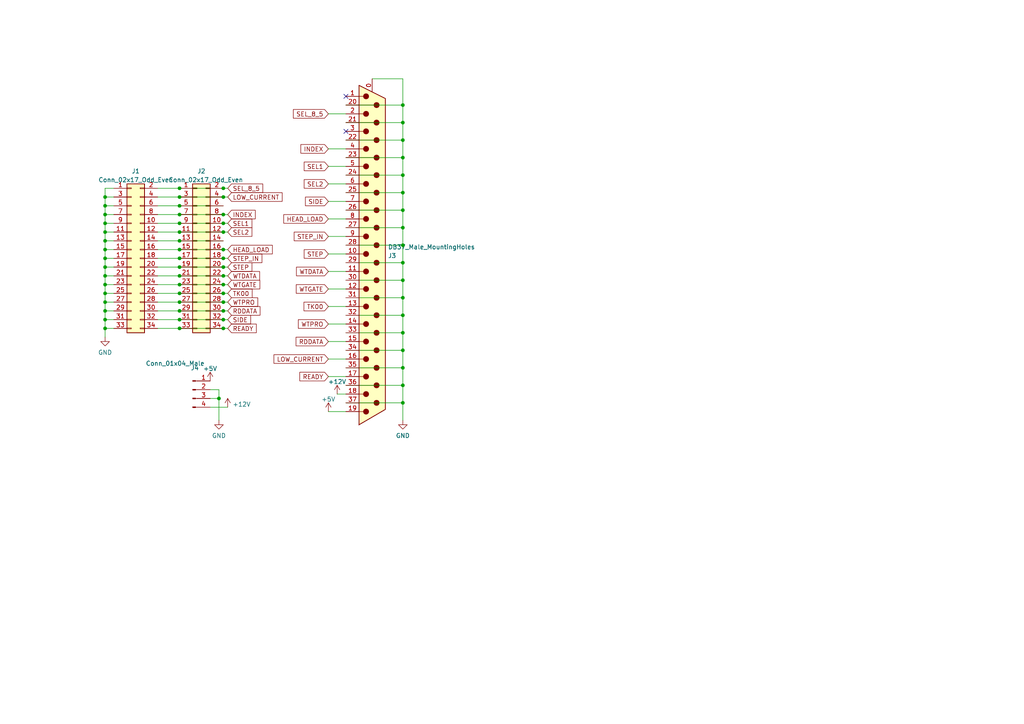
<source format=kicad_sch>
(kicad_sch (version 20211123) (generator eeschema)
  (paper "A4")
  (lib_symbols
    (symbol "Connector:Conn_01x04_Male" (pin_names (offset 1.016) hide)
      (property "Reference" "J" (at 0 5.08 0))
      (property "Value" "Conn_01x04_Male" (at 0 -7.62 0))
      (symbol "Conn_01x04_Male_1_1"
        (polyline (pts (xy 1.27 -5.08) (xy 0.8636 -5.08)) (stroke (width 0.1524)))
        (polyline (pts (xy 1.27 -2.54) (xy 0.8636 -2.54)) (stroke (width 0.1524)))
        (polyline (pts (xy 1.27 0) (xy 0.8636 0)) (stroke (width 0.1524)))
        (polyline (pts (xy 1.27 2.54) (xy 0.8636 2.54)) (stroke (width 0.1524)))
        (rectangle (start 0.8636 -4.953) (end 0 -5.207) (stroke (width 0.1524)) (fill (type outline)))
        (rectangle (start 0.8636 -2.413) (end 0 -2.667) (stroke (width 0.1524)) (fill (type outline)))
        (rectangle (start 0.8636 0.127) (end 0 -0.127) (stroke (width 0.1524)) (fill (type outline)))
        (rectangle (start 0.8636 2.667) (end 0 2.413) (stroke (width 0.1524)) (fill (type outline)))
        (pin passive line (at 5.08 2.54 180) (length 3.81) (name "Pin_1") (number "1"))
        (pin passive line (at 5.08 0 180) (length 3.81) (name "Pin_2") (number "2"))
        (pin passive line (at 5.08 -2.54 180) (length 3.81) (name "Pin_3") (number "3"))
        (pin passive line (at 5.08 -5.08 180) (length 3.81) (name "Pin_4") (number "4"))
      )
    )
    (symbol "Connector:DB37_Male_MountingHoles" (pin_names (offset 1.016) hide)
      (property "Reference" "J3" (at 4.572 0.5172 0))
      (property "Value" "DB37_Male_MountingHoles" (at 4.572 -2.0197 0))
      (symbol "DB37_Male_MountingHoles_0_1"
        (circle (center -1.778 -45.72) (radius 0.762) (fill (type outline)))
        (circle (center -1.778 -40.64) (radius 0.762) (fill (type outline)))
        (circle (center -1.778 -35.56) (radius 0.762) (fill (type outline)))
        (circle (center -1.778 -30.48) (radius 0.762) (fill (type outline)))
        (circle (center -1.778 -25.4) (radius 0.762) (fill (type outline)))
        (circle (center -1.778 -20.32) (radius 0.762) (fill (type outline)))
        (circle (center -1.778 -15.24) (radius 0.762) (fill (type outline)))
        (circle (center -1.778 -10.16) (radius 0.762) (fill (type outline)))
        (circle (center -1.778 -5.08) (radius 0.762) (fill (type outline)))
        (circle (center -1.778 0) (radius 0.762) (fill (type outline)))
        (circle (center -1.778 5.08) (radius 0.762) (fill (type outline)))
        (circle (center -1.778 10.16) (radius 0.762) (fill (type outline)))
        (circle (center -1.778 15.24) (radius 0.762) (fill (type outline)))
        (circle (center -1.778 20.32) (radius 0.762) (fill (type outline)))
        (circle (center -1.778 25.4) (radius 0.762) (fill (type outline)))
        (circle (center -1.778 30.48) (radius 0.762) (fill (type outline)))
        (circle (center -1.778 35.56) (radius 0.762) (fill (type outline)))
        (circle (center -1.778 40.64) (radius 0.762) (fill (type outline)))
        (circle (center -1.778 45.72) (radius 0.762) (fill (type outline)))
        (polyline (pts (xy -3.81 -45.72) (xy -2.54 -45.72)))
        (polyline (pts (xy -3.81 -43.18) (xy 0.508 -43.18)))
        (polyline (pts (xy -3.81 -40.64) (xy -2.54 -40.64)))
        (polyline (pts (xy -3.81 -38.1) (xy 0.508 -38.1)))
        (polyline (pts (xy -3.81 -35.56) (xy -2.54 -35.56)))
        (polyline (pts (xy -3.81 -33.02) (xy 0.508 -33.02)))
        (polyline (pts (xy -3.81 -30.48) (xy -2.54 -30.48)))
        (polyline (pts (xy -3.81 -27.94) (xy 0.508 -27.94)))
        (polyline (pts (xy -3.81 -25.4) (xy -2.54 -25.4)))
        (polyline (pts (xy -3.81 -22.86) (xy 0.508 -22.86)))
        (polyline (pts (xy -3.81 -20.32) (xy -2.54 -20.32)))
        (polyline (pts (xy -3.81 -17.78) (xy 0.508 -17.78)))
        (polyline (pts (xy -3.81 -15.24) (xy -2.54 -15.24)))
        (polyline (pts (xy -3.81 -12.7) (xy 0.508 -12.7)))
        (polyline (pts (xy -3.81 -10.16) (xy -2.54 -10.16)))
        (polyline (pts (xy -3.81 -7.62) (xy 0.508 -7.62)))
        (polyline (pts (xy -3.81 -5.08) (xy -2.54 -5.08)))
        (polyline (pts (xy -3.81 -2.54) (xy 0.508 -2.54)))
        (polyline (pts (xy -3.81 0) (xy -2.54 0)))
        (polyline (pts (xy -3.81 2.54) (xy 0.508 2.54)))
        (polyline (pts (xy -3.81 5.08) (xy -2.54 5.08)))
        (polyline (pts (xy -3.81 7.62) (xy 0.508 7.62)))
        (polyline (pts (xy -3.81 10.16) (xy -2.54 10.16)))
        (polyline (pts (xy -3.81 12.7) (xy 0.508 12.7)))
        (polyline (pts (xy -3.81 15.24) (xy -2.54 15.24)))
        (polyline (pts (xy -3.81 17.78) (xy 0.508 17.78)))
        (polyline (pts (xy -3.81 20.32) (xy -2.54 20.32)))
        (polyline (pts (xy -3.81 22.86) (xy 0.508 22.86)))
        (polyline (pts (xy -3.81 25.4) (xy -2.54 25.4)))
        (polyline (pts (xy -3.81 27.94) (xy 0.508 27.94)))
        (polyline (pts (xy -3.81 30.48) (xy -2.54 30.48)))
        (polyline (pts (xy -3.81 33.02) (xy 0.508 33.02)))
        (polyline (pts (xy -3.81 35.56) (xy -2.54 35.56)))
        (polyline (pts (xy -3.81 38.1) (xy 0.508 38.1)))
        (polyline (pts (xy -3.81 40.64) (xy -2.54 40.64)))
        (polyline (pts (xy -3.81 43.18) (xy 0.508 43.18)))
        (polyline (pts (xy -3.81 45.72) (xy -2.54 45.72)))
        (polyline (pts (xy -3.81 49.53) (xy 3.81 45.085) (xy 3.81 -45.085) (xy -3.81 -48.895) (xy -3.81 49.53)) (stroke (width 0.254)) (fill (type background)))
        (circle (center 1.27 -43.18) (radius 0.762) (fill (type outline)))
        (circle (center 1.27 -38.1) (radius 0.762) (fill (type outline)))
        (circle (center 1.27 -33.02) (radius 0.762) (fill (type outline)))
        (circle (center 1.27 -27.94) (radius 0.762) (fill (type outline)))
        (circle (center 1.27 -22.86) (radius 0.762) (fill (type outline)))
        (circle (center 1.27 -17.78) (radius 0.762) (fill (type outline)))
        (circle (center 1.27 -12.7) (radius 0.762) (fill (type outline)))
        (circle (center 1.27 -7.62) (radius 0.762) (fill (type outline)))
        (circle (center 1.27 -2.54) (radius 0.762) (fill (type outline)))
        (circle (center 1.27 2.54) (radius 0.762) (fill (type outline)))
        (circle (center 1.27 7.62) (radius 0.762) (fill (type outline)))
        (circle (center 1.27 12.7) (radius 0.762) (fill (type outline)))
        (circle (center 1.27 17.78) (radius 0.762) (fill (type outline)))
        (circle (center 1.27 22.86) (radius 0.762) (fill (type outline)))
        (circle (center 1.27 27.94) (radius 0.762) (fill (type outline)))
        (circle (center 1.27 33.02) (radius 0.762) (fill (type outline)))
        (circle (center 1.27 38.1) (radius 0.762) (fill (type outline)))
        (circle (center 1.27 43.18) (radius 0.762) (fill (type outline)))
      )
      (symbol "DB37_Male_MountingHoles_1_1"
        (pin passive line (at 0 -50.8 90) (length 3.81) (name "PAD") (number "0"))
        (pin passive line (at -7.62 -45.72 0) (length 3.81) (name "1") (number "1"))
        (pin passive line (at -7.62 0 0) (length 3.81) (name "10") (number "10"))
        (pin passive line (at -7.62 5.08 0) (length 3.81) (name "11") (number "11"))
        (pin passive line (at -7.62 10.16 0) (length 3.81) (name "12") (number "12"))
        (pin passive line (at -7.62 15.24 0) (length 3.81) (name "13") (number "13"))
        (pin passive line (at -7.62 20.32 0) (length 3.81) (name "14") (number "14"))
        (pin passive line (at -7.62 25.4 0) (length 3.81) (name "15") (number "15"))
        (pin passive line (at -7.62 30.48 0) (length 3.81) (name "16") (number "16"))
        (pin passive line (at -7.62 35.56 0) (length 3.81) (name "17") (number "17"))
        (pin power_out line (at -7.62 40.64 0) (length 3.81) (name "18") (number "18"))
        (pin power_out line (at -7.62 45.72 0) (length 3.81) (name "19") (number "19"))
        (pin passive line (at -7.62 -40.64 0) (length 3.81) (name "2") (number "2"))
        (pin passive line (at -7.62 -43.18 0) (length 3.81) (name "20") (number "20"))
        (pin passive line (at -7.62 -38.1 0) (length 3.81) (name "21") (number "21"))
        (pin passive line (at -7.62 -33.02 0) (length 3.81) (name "22") (number "22"))
        (pin passive line (at -7.62 -27.94 0) (length 3.81) (name "23") (number "23"))
        (pin passive line (at -7.62 -22.86 0) (length 3.81) (name "24") (number "24"))
        (pin passive line (at -7.62 -17.78 0) (length 3.81) (name "25") (number "25"))
        (pin passive line (at -7.62 -12.7 0) (length 3.81) (name "26") (number "26"))
        (pin passive line (at -7.62 -7.62 0) (length 3.81) (name "27") (number "27"))
        (pin passive line (at -7.62 -2.54 0) (length 3.81) (name "28") (number "28"))
        (pin passive line (at -7.62 2.54 0) (length 3.81) (name "29") (number "29"))
        (pin passive line (at -7.62 -35.56 0) (length 3.81) (name "3") (number "3"))
        (pin passive line (at -7.62 7.62 0) (length 3.81) (name "30") (number "30"))
        (pin passive line (at -7.62 12.7 0) (length 3.81) (name "31") (number "31"))
        (pin passive line (at -7.62 17.78 0) (length 3.81) (name "32") (number "32"))
        (pin passive line (at -7.62 22.86 0) (length 3.81) (name "33") (number "33"))
        (pin passive line (at -7.62 27.94 0) (length 3.81) (name "34") (number "34"))
        (pin passive line (at -7.62 33.02 0) (length 3.81) (name "35") (number "35"))
        (pin passive line (at -7.62 38.1 0) (length 3.81) (name "36") (number "36"))
        (pin power_out line (at -7.62 43.18 0) (length 3.81) (name "37") (number "37"))
        (pin passive line (at -7.62 -30.48 0) (length 3.81) (name "4") (number "4"))
        (pin passive line (at -7.62 -25.4 0) (length 3.81) (name "5") (number "5"))
        (pin passive line (at -7.62 -20.32 0) (length 3.81) (name "6") (number "6"))
        (pin passive line (at -7.62 -15.24 0) (length 3.81) (name "7") (number "7"))
        (pin passive line (at -7.62 -10.16 0) (length 3.81) (name "8") (number "8"))
        (pin passive line (at -7.62 -5.08 0) (length 3.81) (name "9") (number "9"))
      )
    )
    (symbol "Connector_Generic:Conn_02x17_Odd_Even" (pin_names (offset 1.016) hide)
      (property "Reference" "J" (at 1.27 22.86 0))
      (property "Value" "Conn_02x17_Odd_Even" (at 1.27 -22.86 0))
      (symbol "Conn_02x17_Odd_Even_1_1"
        (rectangle (start -1.27 -20.193) (end 0 -20.447) (stroke (width 0.1524)))
        (rectangle (start -1.27 -17.653) (end 0 -17.907) (stroke (width 0.1524)))
        (rectangle (start -1.27 -15.113) (end 0 -15.367) (stroke (width 0.1524)))
        (rectangle (start -1.27 -12.573) (end 0 -12.827) (stroke (width 0.1524)))
        (rectangle (start -1.27 -10.033) (end 0 -10.287) (stroke (width 0.1524)))
        (rectangle (start -1.27 -7.493) (end 0 -7.747) (stroke (width 0.1524)))
        (rectangle (start -1.27 -4.953) (end 0 -5.207) (stroke (width 0.1524)))
        (rectangle (start -1.27 -2.413) (end 0 -2.667) (stroke (width 0.1524)))
        (rectangle (start -1.27 0.127) (end 0 -0.127) (stroke (width 0.1524)))
        (rectangle (start -1.27 2.667) (end 0 2.413) (stroke (width 0.1524)))
        (rectangle (start -1.27 5.207) (end 0 4.953) (stroke (width 0.1524)))
        (rectangle (start -1.27 7.747) (end 0 7.493) (stroke (width 0.1524)))
        (rectangle (start -1.27 10.287) (end 0 10.033) (stroke (width 0.1524)))
        (rectangle (start -1.27 12.827) (end 0 12.573) (stroke (width 0.1524)))
        (rectangle (start -1.27 15.367) (end 0 15.113) (stroke (width 0.1524)))
        (rectangle (start -1.27 17.907) (end 0 17.653) (stroke (width 0.1524)))
        (rectangle (start -1.27 20.447) (end 0 20.193) (stroke (width 0.1524)))
        (rectangle (start -1.27 21.59) (end 3.81 -21.59) (stroke (width 0.254)) (fill (type background)))
        (rectangle (start 3.81 -20.193) (end 2.54 -20.447) (stroke (width 0.1524)))
        (rectangle (start 3.81 -17.653) (end 2.54 -17.907) (stroke (width 0.1524)))
        (rectangle (start 3.81 -15.113) (end 2.54 -15.367) (stroke (width 0.1524)))
        (rectangle (start 3.81 -12.573) (end 2.54 -12.827) (stroke (width 0.1524)))
        (rectangle (start 3.81 -10.033) (end 2.54 -10.287) (stroke (width 0.1524)))
        (rectangle (start 3.81 -7.493) (end 2.54 -7.747) (stroke (width 0.1524)))
        (rectangle (start 3.81 -4.953) (end 2.54 -5.207) (stroke (width 0.1524)))
        (rectangle (start 3.81 -2.413) (end 2.54 -2.667) (stroke (width 0.1524)))
        (rectangle (start 3.81 0.127) (end 2.54 -0.127) (stroke (width 0.1524)))
        (rectangle (start 3.81 2.667) (end 2.54 2.413) (stroke (width 0.1524)))
        (rectangle (start 3.81 5.207) (end 2.54 4.953) (stroke (width 0.1524)))
        (rectangle (start 3.81 7.747) (end 2.54 7.493) (stroke (width 0.1524)))
        (rectangle (start 3.81 10.287) (end 2.54 10.033) (stroke (width 0.1524)))
        (rectangle (start 3.81 12.827) (end 2.54 12.573) (stroke (width 0.1524)))
        (rectangle (start 3.81 15.367) (end 2.54 15.113) (stroke (width 0.1524)))
        (rectangle (start 3.81 17.907) (end 2.54 17.653) (stroke (width 0.1524)))
        (rectangle (start 3.81 20.447) (end 2.54 20.193) (stroke (width 0.1524)))
        (pin passive line (at -5.08 20.32 0) (length 3.81) (name "Pin_1") (number "1"))
        (pin passive line (at 7.62 10.16 180) (length 3.81) (name "Pin_10") (number "10"))
        (pin passive line (at -5.08 7.62 0) (length 3.81) (name "Pin_11") (number "11"))
        (pin passive line (at 7.62 7.62 180) (length 3.81) (name "Pin_12") (number "12"))
        (pin passive line (at -5.08 5.08 0) (length 3.81) (name "Pin_13") (number "13"))
        (pin passive line (at 7.62 5.08 180) (length 3.81) (name "Pin_14") (number "14"))
        (pin passive line (at -5.08 2.54 0) (length 3.81) (name "Pin_15") (number "15"))
        (pin passive line (at 7.62 2.54 180) (length 3.81) (name "Pin_16") (number "16"))
        (pin passive line (at -5.08 0 0) (length 3.81) (name "Pin_17") (number "17"))
        (pin passive line (at 7.62 0 180) (length 3.81) (name "Pin_18") (number "18"))
        (pin passive line (at -5.08 -2.54 0) (length 3.81) (name "Pin_19") (number "19"))
        (pin passive line (at 7.62 20.32 180) (length 3.81) (name "Pin_2") (number "2"))
        (pin passive line (at 7.62 -2.54 180) (length 3.81) (name "Pin_20") (number "20"))
        (pin passive line (at -5.08 -5.08 0) (length 3.81) (name "Pin_21") (number "21"))
        (pin passive line (at 7.62 -5.08 180) (length 3.81) (name "Pin_22") (number "22"))
        (pin passive line (at -5.08 -7.62 0) (length 3.81) (name "Pin_23") (number "23"))
        (pin passive line (at 7.62 -7.62 180) (length 3.81) (name "Pin_24") (number "24"))
        (pin passive line (at -5.08 -10.16 0) (length 3.81) (name "Pin_25") (number "25"))
        (pin passive line (at 7.62 -10.16 180) (length 3.81) (name "Pin_26") (number "26"))
        (pin passive line (at -5.08 -12.7 0) (length 3.81) (name "Pin_27") (number "27"))
        (pin passive line (at 7.62 -12.7 180) (length 3.81) (name "Pin_28") (number "28"))
        (pin passive line (at -5.08 -15.24 0) (length 3.81) (name "Pin_29") (number "29"))
        (pin passive line (at -5.08 17.78 0) (length 3.81) (name "Pin_3") (number "3"))
        (pin passive line (at 7.62 -15.24 180) (length 3.81) (name "Pin_30") (number "30"))
        (pin passive line (at -5.08 -17.78 0) (length 3.81) (name "Pin_31") (number "31"))
        (pin passive line (at 7.62 -17.78 180) (length 3.81) (name "Pin_32") (number "32"))
        (pin passive line (at -5.08 -20.32 0) (length 3.81) (name "Pin_33") (number "33"))
        (pin passive line (at 7.62 -20.32 180) (length 3.81) (name "Pin_34") (number "34"))
        (pin passive line (at 7.62 17.78 180) (length 3.81) (name "Pin_4") (number "4"))
        (pin passive line (at -5.08 15.24 0) (length 3.81) (name "Pin_5") (number "5"))
        (pin passive line (at 7.62 15.24 180) (length 3.81) (name "Pin_6") (number "6"))
        (pin passive line (at -5.08 12.7 0) (length 3.81) (name "Pin_7") (number "7"))
        (pin passive line (at 7.62 12.7 180) (length 3.81) (name "Pin_8") (number "8"))
        (pin passive line (at -5.08 10.16 0) (length 3.81) (name "Pin_9") (number "9"))
      )
    )
    (symbol "power:+12V" (power) (pin_names (offset 0))
      (property "Value" "+12V" (at 0 3.556 0))
      (symbol "+12V_0_1"
        (polyline (pts (xy -0.762 1.27) (xy 0 2.54)))
        (polyline (pts (xy 0 0) (xy 0 2.54)))
        (polyline (pts (xy 0 2.54) (xy 0.762 1.27)))
      )
      (symbol "+12V_1_1"
        (pin power_in line (at 0 0 90) (length 0) hide (name "+12V") (number "1"))
      )
    )
    (symbol "power:+5V" (power) (pin_names (offset 0))
      (property "Value" "+5V" (at 0 3.556 0))
      (symbol "+5V_0_1"
        (polyline (pts (xy -0.762 1.27) (xy 0 2.54)))
        (polyline (pts (xy 0 0) (xy 0 2.54)))
        (polyline (pts (xy 0 2.54) (xy 0.762 1.27)))
      )
      (symbol "+5V_1_1"
        (pin power_in line (at 0 0 90) (length 0) hide (name "+5V") (number "1"))
      )
    )
    (symbol "power:GND" (power) (pin_names (offset 0))
      (property "Value" "GND" (at 0 -3.81 0))
      (symbol "GND_0_1"
        (polyline (pts (xy 0 0) (xy 0 -1.27) (xy 1.27 -1.27) (xy 0 -2.54) (xy -1.27 -1.27) (xy 0 -1.27)))
      )
      (symbol "GND_1_1"
        (pin power_in line (at 0 0 270) (length 0) hide (name "GND") (number "1"))
      )
    )
  )
  (junction (at 52.07 74.93))
  (junction (at 63.5 115.57))
  (junction (at 52.07 69.85))
  (junction (at 116.84 96.52))
  (junction (at 64.77 77.47))
  (junction (at 116.84 60.96))
  (junction (at 116.84 106.68))
  (junction (at 30.48 59.69))
  (junction (at 116.84 101.6))
  (junction (at 52.07 80.01))
  (junction (at 52.07 87.63))
  (junction (at 52.07 59.69))
  (junction (at 64.77 57.15))
  (junction (at 64.77 82.55))
  (junction (at 30.48 64.77))
  (junction (at 52.07 62.23))
  (junction (at 116.84 71.12))
  (junction (at 64.77 74.93))
  (junction (at 64.77 80.01))
  (junction (at 116.84 91.44))
  (junction (at 52.07 72.39))
  (junction (at 116.84 35.56))
  (junction (at 30.48 92.71))
  (junction (at 52.07 95.25))
  (junction (at 116.84 81.28))
  (junction (at 52.07 54.61))
  (junction (at 64.77 90.17))
  (junction (at 64.77 92.71))
  (junction (at 52.07 64.77))
  (junction (at 116.84 76.2))
  (junction (at 116.84 30.48))
  (junction (at 52.07 92.71))
  (junction (at 30.48 77.47))
  (junction (at 30.48 69.85))
  (junction (at 30.48 80.01))
  (junction (at 116.84 116.84))
  (junction (at 30.48 74.93))
  (junction (at 30.48 90.17))
  (junction (at 30.48 85.09))
  (junction (at 30.48 72.39))
  (junction (at 116.84 45.72))
  (junction (at 52.07 67.31))
  (junction (at 64.77 85.09))
  (junction (at 64.77 87.63))
  (junction (at 52.07 90.17))
  (junction (at 30.48 62.23))
  (junction (at 30.48 95.25))
  (junction (at 52.07 82.55))
  (junction (at 116.84 66.04))
  (junction (at 64.77 72.39))
  (junction (at 64.77 62.23))
  (junction (at 30.48 87.63))
  (junction (at 52.07 85.09))
  (junction (at 64.77 95.25))
  (junction (at 30.48 57.15))
  (junction (at 30.48 67.31))
  (junction (at 116.84 86.36))
  (junction (at 64.77 64.77))
  (junction (at 64.77 67.31))
  (junction (at 52.07 57.15))
  (junction (at 64.77 54.61))
  (junction (at 30.48 82.55))
  (junction (at 116.84 40.64))
  (junction (at 116.84 55.88))
  (junction (at 52.07 77.47))
  (junction (at 116.84 111.76))
  (junction (at 116.84 50.8))
  (no_connect (at 100.33 27.94))
  (no_connect (at 100.33 38.1))
  (wire (pts (xy 116.84 96.52) (xy 100.33 96.52)))
  (wire (pts (xy 33.02 77.47) (xy 30.48 77.47)))
  (wire (pts (xy 52.07 92.71) (xy 64.77 92.71)))
  (wire (pts (xy 116.84 55.88) (xy 116.84 60.96)))
  (wire (pts (xy 66.04 92.71) (xy 64.77 92.71)))
  (wire (pts (xy 100.33 30.48) (xy 116.84 30.48)))
  (wire (pts (xy 45.72 69.85) (xy 52.07 69.85)))
  (wire (pts (xy 33.02 62.23) (xy 30.48 62.23)))
  (wire (pts (xy 33.02 82.55) (xy 30.48 82.55)))
  (wire (pts (xy 33.02 85.09) (xy 30.48 85.09)))
  (wire (pts (xy 116.84 22.86) (xy 116.84 30.48)))
  (wire (pts (xy 30.48 57.15) (xy 30.48 59.69)))
  (wire (pts (xy 30.48 72.39) (xy 30.48 74.93)))
  (wire (pts (xy 95.25 58.42) (xy 100.33 58.42)))
  (wire (pts (xy 116.84 30.48) (xy 116.84 35.56)))
  (wire (pts (xy 116.84 66.04) (xy 100.33 66.04)))
  (wire (pts (xy 100.33 33.02) (xy 95.25 33.02)))
  (wire (pts (xy 116.84 91.44) (xy 100.33 91.44)))
  (wire (pts (xy 116.84 81.28) (xy 100.33 81.28)))
  (wire (pts (xy 52.07 57.15) (xy 64.77 57.15)))
  (wire (pts (xy 116.84 86.36) (xy 116.84 91.44)))
  (wire (pts (xy 33.02 54.61) (xy 30.48 54.61)))
  (wire (pts (xy 30.48 74.93) (xy 30.48 77.47)))
  (wire (pts (xy 45.72 64.77) (xy 52.07 64.77)))
  (wire (pts (xy 116.84 45.72) (xy 116.84 50.8)))
  (wire (pts (xy 116.84 71.12) (xy 116.84 76.2)))
  (wire (pts (xy 116.84 45.72) (xy 100.33 45.72)))
  (wire (pts (xy 45.72 90.17) (xy 52.07 90.17)))
  (wire (pts (xy 33.02 72.39) (xy 30.48 72.39)))
  (wire (pts (xy 66.04 90.17) (xy 64.77 90.17)))
  (wire (pts (xy 45.72 85.09) (xy 52.07 85.09)))
  (wire (pts (xy 33.02 67.31) (xy 30.48 67.31)))
  (wire (pts (xy 33.02 59.69) (xy 30.48 59.69)))
  (wire (pts (xy 33.02 74.93) (xy 30.48 74.93)))
  (wire (pts (xy 116.84 71.12) (xy 100.33 71.12)))
  (wire (pts (xy 66.04 87.63) (xy 64.77 87.63)))
  (wire (pts (xy 116.84 86.36) (xy 100.33 86.36)))
  (wire (pts (xy 64.77 85.09) (xy 66.04 85.09)))
  (wire (pts (xy 95.25 43.18) (xy 100.33 43.18)))
  (wire (pts (xy 116.84 60.96) (xy 116.84 66.04)))
  (wire (pts (xy 116.84 101.6) (xy 100.33 101.6)))
  (wire (pts (xy 95.25 68.58) (xy 100.33 68.58)))
  (wire (pts (xy 116.84 96.52) (xy 116.84 101.6)))
  (wire (pts (xy 116.84 40.64) (xy 116.84 45.72)))
  (wire (pts (xy 116.84 116.84) (xy 116.84 121.92)))
  (wire (pts (xy 116.84 106.68) (xy 116.84 111.76)))
  (wire (pts (xy 33.02 57.15) (xy 30.48 57.15)))
  (wire (pts (xy 66.04 74.93) (xy 64.77 74.93)))
  (wire (pts (xy 30.48 82.55) (xy 30.48 85.09)))
  (wire (pts (xy 60.96 115.57) (xy 63.5 115.57)))
  (wire (pts (xy 45.72 82.55) (xy 52.07 82.55)))
  (wire (pts (xy 33.02 95.25) (xy 30.48 95.25)))
  (wire (pts (xy 45.72 74.93) (xy 52.07 74.93)))
  (wire (pts (xy 45.72 87.63) (xy 52.07 87.63)))
  (wire (pts (xy 33.02 90.17) (xy 30.48 90.17)))
  (wire (pts (xy 95.25 93.98) (xy 100.33 93.98)))
  (wire (pts (xy 30.48 85.09) (xy 30.48 87.63)))
  (wire (pts (xy 52.07 80.01) (xy 64.77 80.01)))
  (wire (pts (xy 95.25 78.74) (xy 100.33 78.74)))
  (wire (pts (xy 45.72 77.47) (xy 52.07 77.47)))
  (wire (pts (xy 52.07 74.93) (xy 64.77 74.93)))
  (wire (pts (xy 95.25 88.9) (xy 100.33 88.9)))
  (wire (pts (xy 52.07 62.23) (xy 64.77 62.23)))
  (wire (pts (xy 66.04 95.25) (xy 64.77 95.25)))
  (wire (pts (xy 95.25 99.06) (xy 100.33 99.06)))
  (wire (pts (xy 116.84 106.68) (xy 100.33 106.68)))
  (wire (pts (xy 116.84 101.6) (xy 116.84 106.68)))
  (wire (pts (xy 95.25 83.82) (xy 100.33 83.82)))
  (wire (pts (xy 45.72 67.31) (xy 52.07 67.31)))
  (wire (pts (xy 95.25 63.5) (xy 100.33 63.5)))
  (wire (pts (xy 116.84 50.8) (xy 100.33 50.8)))
  (wire (pts (xy 33.02 87.63) (xy 30.48 87.63)))
  (wire (pts (xy 95.25 104.14) (xy 100.33 104.14)))
  (wire (pts (xy 45.72 62.23) (xy 52.07 62.23)))
  (wire (pts (xy 64.77 77.47) (xy 66.04 77.47)))
  (wire (pts (xy 52.07 82.55) (xy 64.77 82.55)))
  (wire (pts (xy 66.04 64.77) (xy 64.77 64.77)))
  (wire (pts (xy 33.02 64.77) (xy 30.48 64.77)))
  (wire (pts (xy 52.07 87.63) (xy 64.77 87.63)))
  (wire (pts (xy 95.25 73.66) (xy 100.33 73.66)))
  (wire (pts (xy 30.48 54.61) (xy 30.48 57.15)))
  (wire (pts (xy 52.07 77.47) (xy 64.77 77.47)))
  (wire (pts (xy 97.79 114.3) (xy 100.33 114.3)))
  (wire (pts (xy 52.07 64.77) (xy 64.77 64.77)))
  (wire (pts (xy 64.77 57.15) (xy 66.04 57.15)))
  (wire (pts (xy 100.33 119.38) (xy 95.25 119.38)))
  (wire (pts (xy 60.96 118.11) (xy 66.04 118.11)))
  (wire (pts (xy 30.48 59.69) (xy 30.48 62.23)))
  (wire (pts (xy 64.77 62.23) (xy 66.04 62.23)))
  (wire (pts (xy 45.72 57.15) (xy 52.07 57.15)))
  (wire (pts (xy 116.84 35.56) (xy 100.33 35.56)))
  (wire (pts (xy 66.04 72.39) (xy 64.77 72.39)))
  (wire (pts (xy 45.72 54.61) (xy 52.07 54.61)))
  (wire (pts (xy 45.72 95.25) (xy 52.07 95.25)))
  (wire (pts (xy 52.07 69.85) (xy 64.77 69.85)))
  (wire (pts (xy 116.84 66.04) (xy 116.84 71.12)))
  (wire (pts (xy 30.48 62.23) (xy 30.48 64.77)))
  (wire (pts (xy 45.72 59.69) (xy 52.07 59.69)))
  (wire (pts (xy 64.77 80.01) (xy 66.04 80.01)))
  (wire (pts (xy 116.84 91.44) (xy 116.84 96.52)))
  (wire (pts (xy 116.84 40.64) (xy 100.33 40.64)))
  (wire (pts (xy 63.5 121.92) (xy 63.5 115.57)))
  (wire (pts (xy 95.25 48.26) (xy 100.33 48.26)))
  (wire (pts (xy 45.72 72.39) (xy 52.07 72.39)))
  (wire (pts (xy 30.48 87.63) (xy 30.48 90.17)))
  (wire (pts (xy 60.96 113.03) (xy 63.5 113.03)))
  (wire (pts (xy 116.84 111.76) (xy 116.84 116.84)))
  (wire (pts (xy 116.84 60.96) (xy 100.33 60.96)))
  (wire (pts (xy 30.48 69.85) (xy 30.48 72.39)))
  (wire (pts (xy 30.48 95.25) (xy 30.48 97.79)))
  (wire (pts (xy 30.48 77.47) (xy 30.48 80.01)))
  (wire (pts (xy 33.02 92.71) (xy 30.48 92.71)))
  (wire (pts (xy 116.84 55.88) (xy 100.33 55.88)))
  (wire (pts (xy 52.07 85.09) (xy 64.77 85.09)))
  (wire (pts (xy 52.07 67.31) (xy 64.77 67.31)))
  (wire (pts (xy 116.84 111.76) (xy 100.33 111.76)))
  (wire (pts (xy 52.07 59.69) (xy 64.77 59.69)))
  (wire (pts (xy 45.72 92.71) (xy 52.07 92.71)))
  (wire (pts (xy 33.02 69.85) (xy 30.48 69.85)))
  (wire (pts (xy 52.07 54.61) (xy 64.77 54.61)))
  (wire (pts (xy 30.48 92.71) (xy 30.48 95.25)))
  (wire (pts (xy 95.25 109.22) (xy 100.33 109.22)))
  (wire (pts (xy 116.84 50.8) (xy 116.84 55.88)))
  (wire (pts (xy 63.5 115.57) (xy 63.5 113.03)))
  (wire (pts (xy 116.84 76.2) (xy 116.84 81.28)))
  (wire (pts (xy 52.07 90.17) (xy 64.77 90.17)))
  (wire (pts (xy 52.07 72.39) (xy 64.77 72.39)))
  (wire (pts (xy 95.25 53.34) (xy 100.33 53.34)))
  (wire (pts (xy 30.48 64.77) (xy 30.48 67.31)))
  (wire (pts (xy 66.04 67.31) (xy 64.77 67.31)))
  (wire (pts (xy 66.04 54.61) (xy 64.77 54.61)))
  (wire (pts (xy 30.48 67.31) (xy 30.48 69.85)))
  (wire (pts (xy 116.84 35.56) (xy 116.84 40.64)))
  (wire (pts (xy 30.48 90.17) (xy 30.48 92.71)))
  (wire (pts (xy 107.95 22.86) (xy 116.84 22.86)))
  (wire (pts (xy 116.84 76.2) (xy 100.33 76.2)))
  (wire (pts (xy 116.84 81.28) (xy 116.84 86.36)))
  (wire (pts (xy 30.48 80.01) (xy 30.48 82.55)))
  (wire (pts (xy 116.84 116.84) (xy 100.33 116.84)))
  (wire (pts (xy 52.07 95.25) (xy 64.77 95.25)))
  (wire (pts (xy 45.72 80.01) (xy 52.07 80.01)))
  (wire (pts (xy 33.02 80.01) (xy 30.48 80.01)))
  (wire (pts (xy 66.04 82.55) (xy 64.77 82.55)))
  (global_label "SIDE" (shape input) (at 95.25 58.42 180) (property "Intersheet References" "${INTERSHEET_REFS}" (effects hide)))
  (global_label "INDEX" (shape input) (at 66.04 62.23 0) (property "Intersheet References" "${INTERSHEET_REFS}" (effects hide)))
  (global_label "RDDATA" (shape input) (at 95.25 99.06 180) (property "Intersheet References" "${INTERSHEET_REFS}" (effects hide)))
  (global_label "WTPRO" (shape input) (at 66.04 87.63 0) (property "Intersheet References" "${INTERSHEET_REFS}" (effects hide)))
  (global_label "SEL2" (shape input) (at 66.04 67.31 0) (property "Intersheet References" "${INTERSHEET_REFS}" (effects hide)))
  (global_label "SEL_8_5" (shape input) (at 95.25 33.02 180) (property "Intersheet References" "${INTERSHEET_REFS}" (effects hide)))
  (global_label "READY" (shape input) (at 95.25 109.22 180) (property "Intersheet References" "${INTERSHEET_REFS}" (effects hide)))
  (global_label "INDEX" (shape input) (at 95.25 43.18 180) (property "Intersheet References" "${INTERSHEET_REFS}" (effects hide)))
  (global_label "WTGATE" (shape input) (at 66.04 82.55 0) (property "Intersheet References" "${INTERSHEET_REFS}" (effects hide)))
  (global_label "STEP_IN" (shape input) (at 95.25 68.58 180) (property "Intersheet References" "${INTERSHEET_REFS}" (effects hide)))
  (global_label "TK00" (shape input) (at 95.25 88.9 180) (property "Intersheet References" "${INTERSHEET_REFS}" (effects hide)))
  (global_label "HEAD_LOAD" (shape input) (at 95.25 63.5 180) (property "Intersheet References" "${INTERSHEET_REFS}" (effects hide)))
  (global_label "WTDATA" (shape input) (at 66.04 80.01 0) (property "Intersheet References" "${INTERSHEET_REFS}" (effects hide)))
  (global_label "SEL1" (shape input) (at 95.25 48.26 180) (property "Intersheet References" "${INTERSHEET_REFS}" (effects hide)))
  (global_label "WTDATA" (shape input) (at 95.25 78.74 180) (property "Intersheet References" "${INTERSHEET_REFS}" (effects hide)))
  (global_label "LOW_CURRENT" (shape input) (at 66.04 57.15 0) (property "Intersheet References" "${INTERSHEET_REFS}" (effects hide)))
  (global_label "STEP" (shape input) (at 95.25 73.66 180) (property "Intersheet References" "${INTERSHEET_REFS}" (effects hide)))
  (global_label "WTPRO" (shape input) (at 95.25 93.98 180) (property "Intersheet References" "${INTERSHEET_REFS}" (effects hide)))
  (global_label "RDDATA" (shape input) (at 66.04 90.17 0) (property "Intersheet References" "${INTERSHEET_REFS}" (effects hide)))
  (global_label "SEL1" (shape input) (at 66.04 64.77 0) (property "Intersheet References" "${INTERSHEET_REFS}" (effects hide)))
  (global_label "LOW_CURRENT" (shape input) (at 95.25 104.14 180) (property "Intersheet References" "${INTERSHEET_REFS}" (effects hide)))
  (global_label "SEL2" (shape input) (at 95.25 53.34 180) (property "Intersheet References" "${INTERSHEET_REFS}" (effects hide)))
  (global_label "SEL_8_5" (shape input) (at 66.04 54.61 0) (property "Intersheet References" "${INTERSHEET_REFS}" (effects hide)))
  (global_label "STEP" (shape input) (at 66.04 77.47 0) (property "Intersheet References" "${INTERSHEET_REFS}" (effects hide)))
  (global_label "WTGATE" (shape input) (at 95.25 83.82 180) (property "Intersheet References" "${INTERSHEET_REFS}" (effects hide)))
  (global_label "READY" (shape input) (at 66.04 95.25 0) (property "Intersheet References" "${INTERSHEET_REFS}" (effects hide)))
  (global_label "SIDE" (shape input) (at 66.04 92.71 0) (property "Intersheet References" "${INTERSHEET_REFS}" (effects hide)))
  (global_label "HEAD_LOAD" (shape input) (at 66.04 72.39 0) (property "Intersheet References" "${INTERSHEET_REFS}" (effects hide)))
  (global_label "TK00" (shape input) (at 66.04 85.09 0) (property "Intersheet References" "${INTERSHEET_REFS}" (effects hide)))
  (global_label "STEP_IN" (shape input) (at 66.04 74.93 0) (property "Intersheet References" "${INTERSHEET_REFS}" (effects hide)))
  (symbol (lib_id "power:+12V") (at 97.79 114.3 0) (unit 1)
    (property "Reference" "#PWR0106" (effects hide))
    (property "Value" "+12V" (at 97.79 110.7242 0))
  )
  (symbol (lib_id "Connector_Generic:Conn_02x17_Odd_Even") (at 57.15 74.93 0) (unit 1)
    (property "Reference" "J2" (at 58.42 49.6402 0))
    (property "Value" "Conn_02x17_Odd_Even" (at 59.69 52.1771 0))
    (property "Footprint" "Connector_PinHeader_2.54mm:PinHeader_2x17_P2.54mm_Vertical" (effects hide))
  )
  (symbol (lib_id "Connector_Generic:Conn_02x17_Odd_Even") (at 38.1 74.93 0) (unit 1)
    (property "Reference" "J1" (at 39.37 49.6402 0))
    (property "Value" "Conn_02x17_Odd_Even" (at 39.37 52.1771 0))
    (property "Footprint" "Connector_PinHeader_2.54mm:PinHeader_2x17_P2.54mm_Horizontal" (effects hide))
  )
  (symbol (lib_id "power:GND") (at 63.5 121.92 0) (unit 1)
    (property "Reference" "#PWR0104" (effects hide))
    (property "Value" "GND" (at 63.5 126.3634 0))
  )
  (symbol (lib_id "power:+5V") (at 95.25 119.38 0) (unit 1)
    (property "Reference" "#PWR0103" (effects hide))
    (property "Value" "+5V" (at 95.25 115.8042 0))
  )
  (symbol (lib_id "Connector:Conn_01x04_Male") (at 55.88 113.03 0) (unit 1)
    (property "Reference" "J4" (at 56.515 106.714 0))
    (property "Value" "Conn_01x04_Male" (at 50.8 105.41 0))
    (property "Footprint" "Connector_JST:JST_EH_S4B-EH_1x04_P2.50mm_Horizontal" (effects hide))
  )
  (symbol (lib_id "power:+12V") (at 66.04 118.11 0) (mirror y) (unit 1)
    (property "Reference" "#PWR0107" (effects hide))
    (property "Value" "+12V" (at 67.437 117.2738 0) (effects (justify right)))
  )
  (symbol (lib_id "Connector:DB37_Male_MountingHoles") (at 107.95 73.66 0) (mirror x) (unit 1)
    (property "Reference" "J3" (at 112.522 74.1772 0) (effects (justify left)))
    (property "Value" "DB37_Male_MountingHoles" (at 112.522 71.6403 0) (effects (justify left)))
    (property "Footprint" "Connector_Dsub:DSUB-37_Male_Horizontal_P2.77x2.84mm_EdgePinOffset9.90mm_Housed_MountingHolesOffset11.32mm" (effects hide))
    (property "Datasheet" " ~" (effects hide))
  )
  (symbol (lib_id "power:GND") (at 116.84 121.92 0) (unit 1)
    (property "Reference" "#PWR0101" (effects hide))
    (property "Value" "GND" (at 116.84 126.3634 0))
  )
  (symbol (lib_id "power:GND") (at 30.48 97.79 0) (mirror y) (unit 1)
    (property "Reference" "#PWR0102" (effects hide))
    (property "Value" "GND" (at 30.48 102.2334 0))
  )
  (symbol (lib_id "power:+5V") (at 60.96 110.49 0) (unit 1)
    (property "Reference" "#PWR0105" (effects hide))
    (property "Value" "+5V" (at 60.96 106.9142 0))
  )
)
</source>
